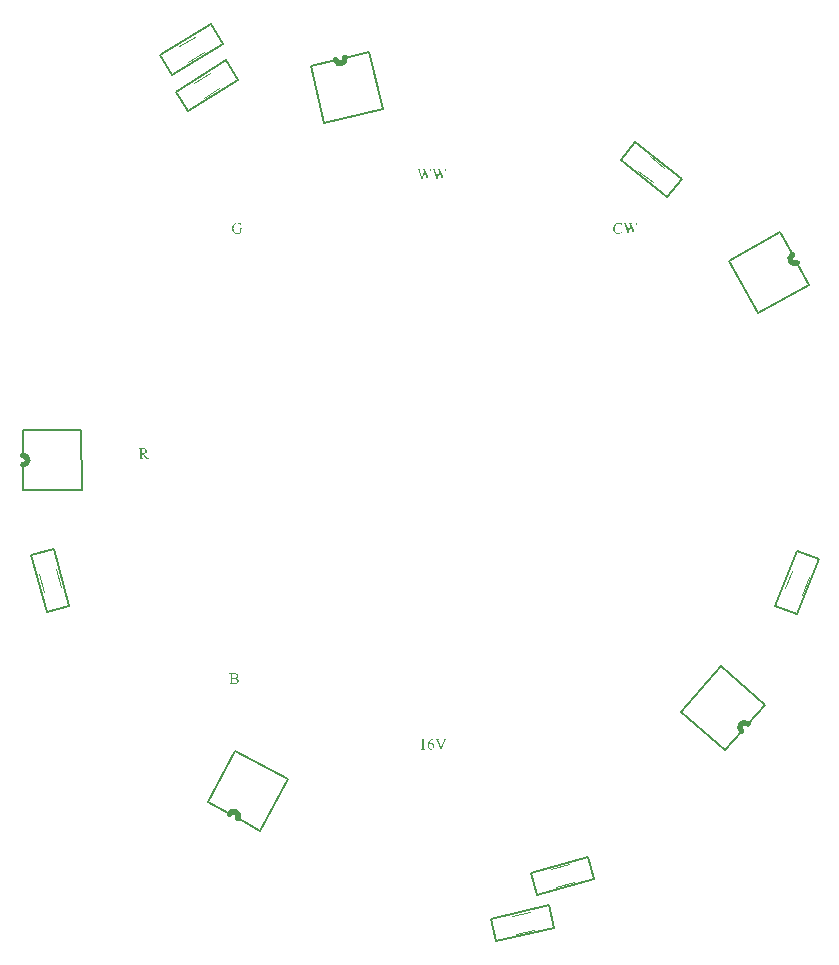
<source format=gto>
G04*
G04 #@! TF.GenerationSoftware,Altium Limited,Altium Designer,21.0.9 (235)*
G04*
G04 Layer_Color=65535*
%FSTAX24Y24*%
%MOIN*%
G70*
G04*
G04 #@! TF.SameCoordinates,5F115E56-97AE-4741-9C3E-E3F8848F1E5A*
G04*
G04*
G04 #@! TF.FilePolarity,Positive*
G04*
G01*
G75*
%ADD10C,0.0197*%
%ADD11C,0.0050*%
%ADD12C,0.0040*%
%ADD13C,0.0079*%
G36*
X045142Y0377D02*
X045134D01*
Y0377D01*
X045133Y037702D01*
X045132Y037704D01*
X045131Y037708D01*
X045129Y037713D01*
X045127Y037718D01*
X045122Y037729D01*
X045115Y037742D01*
X045108Y037755D01*
X045098Y037767D01*
X045093Y037772D01*
X045088Y037777D01*
X045087Y037777D01*
X045086Y037778D01*
X045085Y037779D01*
X045082Y03778D01*
X045079Y037782D01*
X045076Y037784D01*
X045068Y037789D01*
X045058Y037793D01*
X045045Y037797D01*
X045031Y037799D01*
X045024Y037801D01*
X045011D01*
X045008Y0378D01*
X045004Y037799D01*
X044996Y037798D01*
X044986Y037796D01*
X044975Y037793D01*
X044964Y037789D01*
X044953Y037783D01*
X044953D01*
X044952Y037781D01*
X044949Y037779D01*
X044943Y037775D01*
X044937Y037769D01*
X04493Y037761D01*
X044923Y037751D01*
X044916Y037739D01*
X044909Y037725D01*
Y037725D01*
X044908Y037724D01*
X044907Y037721D01*
X044907Y037718D01*
X044905Y037714D01*
X044904Y03771D01*
X044902Y037704D01*
X044901Y037698D01*
X0449Y037692D01*
X044898Y037685D01*
X044897Y037677D01*
X044896Y037668D01*
X044895Y037659D01*
X044894Y037649D01*
X044893Y037629D01*
Y037628D01*
Y037626D01*
Y037624D01*
Y03762D01*
X044894Y037617D01*
Y037612D01*
X044894Y037606D01*
X044895Y0376D01*
X044897Y037587D01*
X044899Y037573D01*
X044903Y037559D01*
X044908Y037545D01*
Y037544D01*
X044908Y037543D01*
X04491Y037542D01*
X044911Y03754D01*
X044914Y037533D01*
X044919Y037525D01*
X044926Y037517D01*
X044934Y037508D01*
X044943Y037499D01*
X044954Y037492D01*
X044954D01*
X044955Y037491D01*
X044957Y03749D01*
X044959Y037489D01*
X044962Y037487D01*
X044966Y037485D01*
X044975Y037482D01*
X044985Y037479D01*
X044997Y037476D01*
X04501Y037473D01*
X045024Y037473D01*
X04503D01*
X045033Y037473D01*
X045036D01*
X045044Y037475D01*
X045054Y037476D01*
X045064Y037479D01*
X045074Y037482D01*
X045084Y037487D01*
X045085D01*
X045085Y037488D01*
X045087Y037489D01*
X045089Y03749D01*
X045094Y037494D01*
X045101Y0375D01*
X045106Y037504D01*
X04511Y037508D01*
X045115Y037513D01*
X04512Y037518D01*
X045125Y037524D01*
X045131Y037531D01*
X045136Y037538D01*
X045142Y037546D01*
X04515Y037541D01*
X04515Y03754D01*
X045149Y037538D01*
X045148Y037536D01*
X045145Y037533D01*
X045143Y037529D01*
X04514Y037524D01*
X045132Y037514D01*
X045124Y037503D01*
X045113Y037492D01*
X045101Y037481D01*
X045095Y037476D01*
X045088Y037471D01*
X045088D01*
X045086Y03747D01*
X045085Y037469D01*
X045082Y037468D01*
X045078Y037466D01*
X045074Y037465D01*
X04507Y037463D01*
X045065Y037461D01*
X045059Y037459D01*
X045053Y037457D01*
X045038Y037453D01*
X045022Y037451D01*
X045005Y03745D01*
X045001D01*
X044996Y037451D01*
X04499Y037451D01*
X044983Y037452D01*
X044975Y037453D01*
X044965Y037455D01*
X044955Y037458D01*
X044944Y037461D01*
X044933Y037466D01*
X044922Y037471D01*
X044911Y037477D01*
X0449Y037485D01*
X044889Y037494D01*
X044878Y037504D01*
X044869Y037515D01*
X044869Y037516D01*
X044868Y037517D01*
X044866Y03752D01*
X044864Y037524D01*
X044861Y037528D01*
X044858Y037534D01*
X044855Y03754D01*
X044852Y037547D01*
X044848Y037555D01*
X044845Y037564D01*
X044842Y037573D01*
X044839Y037583D01*
X044837Y037594D01*
X044835Y037605D01*
X044834Y037617D01*
X044834Y037629D01*
Y037629D01*
Y037631D01*
Y037634D01*
X044834Y037637D01*
Y037642D01*
X044835Y037648D01*
X044836Y037654D01*
X044836Y037661D01*
X04484Y037675D01*
X044844Y037692D01*
X04485Y037709D01*
X044853Y037718D01*
X044857Y037726D01*
X044858Y037726D01*
X044858Y037728D01*
X044859Y03773D01*
X044862Y037733D01*
X044864Y037737D01*
X044867Y037741D01*
X044874Y037751D01*
X044883Y037762D01*
X044894Y037773D01*
X044907Y037785D01*
X044922Y037795D01*
X044922Y037795D01*
X044923Y037796D01*
X044926Y037797D01*
X044929Y037798D01*
X044932Y0378D01*
X044937Y037802D01*
X044942Y037804D01*
X044948Y037807D01*
X044955Y037809D01*
X044962Y037811D01*
X044977Y037815D01*
X044994Y037818D01*
X045003Y037819D01*
X045015D01*
X045018Y037819D01*
X045022D01*
X045026Y037818D01*
X045035Y037817D01*
X045047Y037814D01*
X045059Y037811D01*
X045073Y037807D01*
X045086Y0378D01*
X045087D01*
X045088Y037799D01*
X04509Y037798D01*
X045092Y037797D01*
X045098Y037796D01*
X0451Y037795D01*
X045103D01*
X045107Y037795D01*
X045111Y037797D01*
X045114Y037799D01*
X045115Y0378D01*
X045115Y037801D01*
X045117Y037802D01*
X045118Y037804D01*
X04512Y037808D01*
X045121Y037811D01*
X045123Y037815D01*
X045124Y037819D01*
X045134D01*
X045142Y0377D01*
D02*
G37*
G36*
X045666Y037801D02*
X045661D01*
X045659Y037801D01*
X045651Y037799D01*
X045644Y037796D01*
X045643D01*
X045642Y037795D01*
X045641Y037793D01*
X045639Y037792D01*
X045636Y037789D01*
X045634Y037786D01*
X045631Y037782D01*
X045628Y037778D01*
Y037777D01*
X045626Y037775D01*
X045625Y037773D01*
X045624Y037769D01*
X045622Y037763D01*
X045619Y037755D01*
X045616Y037746D01*
X045614Y03774D01*
X045612Y037734D01*
X045513Y03745D01*
X045503D01*
X045423Y037675D01*
X045343Y03745D01*
X045334D01*
X045229Y037743D01*
Y037743D01*
X045228Y037744D01*
X045228Y037746D01*
X045227Y037748D01*
X045225Y037754D01*
X045223Y03776D01*
X04522Y037767D01*
X045218Y037773D01*
X045216Y037778D01*
X045215Y03778D01*
X045214Y037781D01*
Y037782D01*
X045213Y037783D01*
X045212Y037785D01*
X04521Y037787D01*
X045206Y037792D01*
X0452Y037796D01*
X045199D01*
X045198Y037797D01*
X045196Y037798D01*
X045193Y037799D01*
X04519Y037799D01*
X045186Y037801D01*
X045181Y037801D01*
X045175D01*
Y037811D01*
X045306D01*
Y037801D01*
X045297D01*
X045294Y037801D01*
X045292D01*
X045285Y037798D01*
X045281Y037797D01*
X045279Y037795D01*
X045278D01*
X045278Y037793D01*
X045275Y03779D01*
X045273Y037786D01*
X045272Y037783D01*
X045272Y037779D01*
Y037779D01*
Y037778D01*
X045272Y037775D01*
X045273Y037771D01*
X045274Y037765D01*
X045276Y037758D01*
X045279Y037749D01*
X045281Y037744D01*
X045283Y037738D01*
X045352Y03754D01*
X045411Y037708D01*
X0454Y037738D01*
X045392Y037761D01*
Y037762D01*
X045391Y037763D01*
X04539Y037766D01*
X045389Y037769D01*
X045385Y037777D01*
X04538Y037784D01*
X04538Y037785D01*
X045377Y037787D01*
X045375Y03779D01*
X045371Y037792D01*
X045371D01*
X04537Y037793D01*
X045368Y037795D01*
X045363Y037797D01*
X045359Y037799D01*
X045358Y0378D01*
X045355Y037801D01*
X04535Y037801D01*
X045343D01*
Y037811D01*
X04548D01*
Y037801D01*
X045469D01*
X045466Y037801D01*
X045463D01*
X045456Y037798D01*
X045452Y037797D01*
X045449Y037795D01*
X045448Y037793D01*
X045446Y03779D01*
X045444Y037785D01*
X045443Y037781D01*
X045442Y037778D01*
Y037777D01*
Y037775D01*
X045443Y037772D01*
X045444Y037767D01*
X045445Y037761D01*
X045447Y037752D01*
X045451Y037743D01*
X045454Y037731D01*
X045522Y03754D01*
X045589Y037734D01*
Y037734D01*
X045589Y037736D01*
X04559Y037737D01*
X04559Y037739D01*
X045593Y037745D01*
X045595Y037751D01*
X045596Y037759D01*
X045599Y037767D01*
X0456Y037773D01*
X0456Y037779D01*
Y037779D01*
Y03778D01*
X0456Y037783D01*
X045599Y037786D01*
X045596Y03779D01*
X045596Y037791D01*
X045594Y037793D01*
X045591Y037795D01*
X045587Y037797D01*
X045587D01*
X045586Y037798D01*
X045583Y037798D01*
X04558Y037799D01*
X045577Y0378D01*
X045572Y037801D01*
X045567Y037801D01*
X045561D01*
Y037811D01*
X045666D01*
Y037801D01*
D02*
G37*
G36*
X039297Y039601D02*
X039292D01*
X039289Y039601D01*
X039281Y039599D01*
X039274Y039596D01*
X039274D01*
X039273Y039595D01*
X039271Y039593D01*
X039269Y039592D01*
X039267Y039589D01*
X039264Y039586D01*
X039261Y039582D01*
X039258Y039578D01*
Y039577D01*
X039257Y039575D01*
X039256Y039573D01*
X039254Y039569D01*
X039252Y039563D01*
X039249Y039555D01*
X039246Y039546D01*
X039244Y03954D01*
X039242Y039534D01*
X039144Y03925D01*
X039133D01*
X039053Y039476D01*
X038973Y03925D01*
X038964D01*
X038859Y039543D01*
Y039543D01*
X038859Y039544D01*
X038858Y039546D01*
X038858Y039548D01*
X038855Y039554D01*
X038853Y03956D01*
X038851Y039567D01*
X038848Y039573D01*
X038846Y039578D01*
X038845Y03958D01*
X038844Y039581D01*
Y039582D01*
X038843Y039583D01*
X038842Y039585D01*
X038841Y039587D01*
X038836Y039592D01*
X03883Y039596D01*
X03883D01*
X038829Y039597D01*
X038826Y039598D01*
X038824Y039599D01*
X03882Y039599D01*
X038816Y039601D01*
X038811Y039601D01*
X038806D01*
Y039611D01*
X038936D01*
Y039601D01*
X038927D01*
X038925Y039601D01*
X038922D01*
X038915Y039598D01*
X038912Y039597D01*
X038909Y039595D01*
X038908D01*
X038908Y039593D01*
X038906Y03959D01*
X038903Y039586D01*
X038902Y039583D01*
X038902Y039579D01*
Y039579D01*
Y039578D01*
X038902Y039575D01*
X038903Y039571D01*
X038905Y039565D01*
X038907Y039558D01*
X038909Y039549D01*
X038911Y039544D01*
X038913Y039538D01*
X038983Y03934D01*
X039042Y039508D01*
X039031Y039538D01*
X039022Y039561D01*
Y039562D01*
X039021Y039563D01*
X03902Y039566D01*
X039019Y039569D01*
X039015Y039577D01*
X03901Y039584D01*
X03901Y039585D01*
X039008Y039587D01*
X039005Y03959D01*
X039002Y039592D01*
X039001D01*
X039001Y039593D01*
X038998Y039595D01*
X038994Y039597D01*
X038989Y039599D01*
X038988Y0396D01*
X038985Y039601D01*
X03898Y039601D01*
X038973D01*
Y039611D01*
X03911D01*
Y039601D01*
X039099D01*
X039096Y039601D01*
X039093D01*
X039086Y039598D01*
X039082Y039597D01*
X039079Y039595D01*
X039078Y039593D01*
X039076Y03959D01*
X039074Y039585D01*
X039073Y039581D01*
X039073Y039578D01*
Y039577D01*
Y039575D01*
X039073Y039572D01*
X039074Y039567D01*
X039075Y039561D01*
X039078Y039552D01*
X039081Y039543D01*
X039085Y039531D01*
X039152Y03934D01*
X039219Y039534D01*
Y039534D01*
X03922Y039536D01*
X03922Y039537D01*
X039221Y039539D01*
X039223Y039545D01*
X039225Y039551D01*
X039227Y039559D01*
X039229Y039567D01*
X03923Y039573D01*
X039231Y039579D01*
Y039579D01*
Y03958D01*
X03923Y039583D01*
X039229Y039586D01*
X039227Y03959D01*
X039226Y039591D01*
X039225Y039593D01*
X039221Y039595D01*
X039217Y039597D01*
X039217D01*
X039216Y039598D01*
X039214Y039598D01*
X03921Y039599D01*
X039207Y0396D01*
X039203Y039601D01*
X039197Y039601D01*
X039192D01*
Y039611D01*
X039297D01*
Y039601D01*
D02*
G37*
G36*
X038794D02*
X038789D01*
X038787Y039601D01*
X038779Y039599D01*
X038772Y039596D01*
X038771D01*
X03877Y039595D01*
X038769Y039593D01*
X038767Y039592D01*
X038764Y039589D01*
X038762Y039586D01*
X038759Y039582D01*
X038756Y039578D01*
Y039577D01*
X038754Y039575D01*
X038753Y039573D01*
X038752Y039569D01*
X038749Y039563D01*
X038747Y039555D01*
X038743Y039546D01*
X038742Y03954D01*
X03874Y039534D01*
X038641Y03925D01*
X038631D01*
X038551Y039476D01*
X038471Y03925D01*
X038462D01*
X038357Y039543D01*
Y039543D01*
X038356Y039544D01*
X038356Y039546D01*
X038355Y039548D01*
X038353Y039554D01*
X038351Y03956D01*
X038348Y039567D01*
X038346Y039573D01*
X038344Y039578D01*
X038343Y03958D01*
X038342Y039581D01*
Y039582D01*
X038341Y039583D01*
X03834Y039585D01*
X038338Y039587D01*
X038334Y039592D01*
X038328Y039596D01*
X038327D01*
X038326Y039597D01*
X038324Y039598D01*
X038321Y039599D01*
X038318Y039599D01*
X038314Y039601D01*
X038309Y039601D01*
X038303D01*
Y039611D01*
X038434D01*
Y039601D01*
X038425D01*
X038422Y039601D01*
X03842D01*
X038413Y039598D01*
X038409Y039597D01*
X038407Y039595D01*
X038406D01*
X038406Y039593D01*
X038403Y03959D01*
X038401Y039586D01*
X0384Y039583D01*
X0384Y039579D01*
Y039579D01*
Y039578D01*
X0384Y039575D01*
X038401Y039571D01*
X038402Y039565D01*
X038404Y039558D01*
X038407Y039549D01*
X038409Y039544D01*
X038411Y039538D01*
X03848Y03934D01*
X038539Y039508D01*
X038528Y039538D01*
X03852Y039561D01*
Y039562D01*
X038519Y039563D01*
X038518Y039566D01*
X038517Y039569D01*
X038513Y039577D01*
X038508Y039584D01*
X038508Y039585D01*
X038505Y039587D01*
X038503Y03959D01*
X038499Y039592D01*
X038499D01*
X038498Y039593D01*
X038496Y039595D01*
X038491Y039597D01*
X038487Y039599D01*
X038486Y0396D01*
X038483Y039601D01*
X038478Y039601D01*
X038471D01*
Y039611D01*
X038608D01*
Y039601D01*
X038597D01*
X038594Y039601D01*
X038591D01*
X038584Y039598D01*
X03858Y039597D01*
X038577Y039595D01*
X038576Y039593D01*
X038574Y03959D01*
X038572Y039585D01*
X038571Y039581D01*
X03857Y039578D01*
Y039577D01*
Y039575D01*
X038571Y039572D01*
X038572Y039567D01*
X038573Y039561D01*
X038575Y039552D01*
X038579Y039543D01*
X038582Y039531D01*
X03865Y03934D01*
X038717Y039534D01*
Y039534D01*
X038717Y039536D01*
X038718Y039537D01*
X038718Y039539D01*
X038721Y039545D01*
X038723Y039551D01*
X038724Y039559D01*
X038727Y039567D01*
X038728Y039573D01*
X038728Y039579D01*
Y039579D01*
Y03958D01*
X038728Y039583D01*
X038727Y039586D01*
X038724Y03959D01*
X038724Y039591D01*
X038722Y039593D01*
X038719Y039595D01*
X038715Y039597D01*
X038715D01*
X038713Y039598D01*
X038711Y039598D01*
X038708Y039599D01*
X038705Y0396D01*
X0387Y039601D01*
X038695Y039601D01*
X038689D01*
Y039611D01*
X038794D01*
Y039601D01*
D02*
G37*
G36*
X032438Y037708D02*
X032428D01*
Y037708D01*
X032427Y037709D01*
X032426Y037712D01*
X032425Y037714D01*
X032424Y037718D01*
X032423Y037722D01*
X032418Y037731D01*
X032413Y037741D01*
X032407Y037751D01*
X0324Y037761D01*
X032393Y03777D01*
X032392Y037771D01*
X032391Y037771D01*
X032389Y037773D01*
X032387Y037775D01*
X032384Y037777D01*
X03238Y03778D01*
X032376Y037783D01*
X032371Y037785D01*
X032365Y037788D01*
X032359Y037791D01*
X032345Y037796D01*
X032329Y037799D01*
X032321Y0378D01*
X032312Y037801D01*
X032309D01*
X032305Y0378D01*
X032301D01*
X032295Y037799D01*
X032289Y037798D01*
X032282Y037796D01*
X032274Y037794D01*
X032266Y037791D01*
X032257Y037787D01*
X032249Y037783D01*
X03224Y037778D01*
X032232Y037772D01*
X032224Y037764D01*
X032217Y037756D01*
X03221Y037747D01*
X032209Y037746D01*
X032209Y037745D01*
X032207Y037743D01*
X032205Y037739D01*
X032203Y037734D01*
X0322Y03773D01*
X032198Y037724D01*
X032195Y037716D01*
X032193Y037709D01*
X03219Y037701D01*
X032187Y037692D01*
X032185Y037683D01*
X032183Y037673D01*
X032182Y037662D01*
X032181Y037651D01*
X032181Y037639D01*
Y037639D01*
Y037637D01*
Y037635D01*
X032181Y037631D01*
Y037626D01*
X032182Y037621D01*
X032182Y037615D01*
X032183Y037609D01*
X032186Y037595D01*
X032189Y037579D01*
X032193Y037564D01*
X0322Y037548D01*
Y037547D01*
X032201Y037546D01*
X032202Y037544D01*
X032204Y037541D01*
X032205Y037537D01*
X032207Y037534D01*
X032213Y037525D01*
X032221Y037514D01*
X032229Y037505D01*
X03224Y037495D01*
X032251Y037487D01*
X032251D01*
X032252Y037486D01*
X032254Y037485D01*
X032256Y037484D01*
X032259Y037482D01*
X032263Y037481D01*
X032271Y037477D01*
X032281Y037473D01*
X032292Y037471D01*
X032303Y037469D01*
X032316Y037467D01*
X032319D01*
X032323Y037468D01*
X032328D01*
X032334Y037469D01*
X03234Y03747D01*
X032353Y037472D01*
X032354D01*
X032357Y037473D01*
X03236Y037475D01*
X032365Y037476D01*
X03237Y037478D01*
X032376Y037481D01*
X032389Y037487D01*
Y03759D01*
Y03759D01*
Y037591D01*
Y037594D01*
Y037599D01*
X032388Y037604D01*
X032388Y03761D01*
X032387Y037615D01*
X032386Y03762D01*
X032384Y037624D01*
Y037625D01*
X032384Y037626D01*
X032382Y037629D01*
X032377Y037633D01*
X032372Y037637D01*
X032371D01*
X03237Y037637D01*
X032368Y037638D01*
X032365Y037639D01*
X032361Y03764D01*
X032356Y037641D01*
X03235Y037641D01*
X032342D01*
Y037651D01*
X032479D01*
Y037641D01*
X032469D01*
X032466Y037641D01*
X032461Y037639D01*
X032456Y037638D01*
X032452Y037635D01*
X032448Y037632D01*
X032444Y037627D01*
Y037627D01*
X032444Y037625D01*
X032443Y037623D01*
X032442Y037619D01*
X032441Y037614D01*
X03244Y037607D01*
X032439Y0376D01*
Y03759D01*
Y037481D01*
X032439D01*
X032438Y037481D01*
X032437Y037479D01*
X032435Y037478D01*
X032429Y037476D01*
X032421Y037472D01*
X032412Y037468D01*
X032402Y037464D01*
X032391Y037461D01*
X03238Y037458D01*
X032379D01*
X032379Y037457D01*
X032377D01*
X032375Y037457D01*
X032372Y037456D01*
X032369Y037455D01*
X032361Y037454D01*
X032352Y037452D01*
X032341Y037451D01*
X032329Y037451D01*
X032316Y03745D01*
X032311D01*
X032306Y037451D01*
X032299Y037451D01*
X03229Y037452D01*
X032281Y037453D01*
X03227Y037455D01*
X032258Y037458D01*
X032246Y037461D01*
X032233Y037466D01*
X03222Y037471D01*
X032207Y037478D01*
X032194Y037485D01*
X032182Y037494D01*
X032171Y037504D01*
X03216Y037516D01*
X03216Y037516D01*
X032159Y037518D01*
X032157Y03752D01*
X032154Y037524D01*
X032151Y037529D01*
X032148Y037535D01*
X032145Y037541D01*
X032141Y037548D01*
X032137Y037556D01*
X032134Y037565D01*
X03213Y037574D01*
X032127Y037584D01*
X032125Y037594D01*
X032123Y037606D01*
X032122Y037617D01*
X032121Y037629D01*
Y037629D01*
Y037631D01*
Y037633D01*
X032122Y037637D01*
Y037641D01*
X032122Y037645D01*
X032123Y037651D01*
X032124Y037657D01*
X032127Y037671D01*
X03213Y037686D01*
X032136Y037702D01*
X032143Y037718D01*
X032144Y037719D01*
X032144Y03772D01*
X032146Y037723D01*
X032148Y037726D01*
X032151Y037731D01*
X032154Y037736D01*
X032158Y037741D01*
X032162Y037747D01*
X032173Y03776D01*
X032185Y037773D01*
X032199Y037785D01*
X032207Y037791D01*
X032216Y037796D01*
X032216Y037797D01*
X032217Y037797D01*
X032219Y037798D01*
X032223Y0378D01*
X032226Y037802D01*
X032231Y037803D01*
X032236Y037805D01*
X032242Y037808D01*
X032248Y03781D01*
X032255Y037812D01*
X03227Y037815D01*
X032288Y037818D01*
X032307Y037819D01*
X032314D01*
X032319Y037819D01*
X032324D01*
X03233Y037818D01*
X032342Y037816D01*
X032342D01*
X032345Y037815D01*
X032348Y037814D01*
X032353Y037813D01*
X03236Y037811D01*
X032367Y037809D01*
X032376Y037806D01*
X032387Y037802D01*
X032387D01*
X032389Y037801D01*
X032391Y037801D01*
X032394Y037799D01*
X032401Y037798D01*
X032403Y037797D01*
X032407D01*
X032408Y037797D01*
X032411Y037798D01*
X032414Y037801D01*
X032414Y037802D01*
X032415Y037803D01*
X032416Y037805D01*
X032417Y037808D01*
X032418Y03781D01*
X032418Y037814D01*
X032419Y037819D01*
X032429D01*
X032438Y037708D01*
D02*
G37*
G36*
X029172Y030302D02*
X029178D01*
X029184Y030302D01*
X029198Y030301D01*
X029211Y030299D01*
X029224Y030297D01*
X02923Y030296D01*
X029235Y030294D01*
X029236D01*
X029236Y030293D01*
X02924Y030292D01*
X029244Y03029D01*
X029251Y030287D01*
X029258Y030283D01*
X029266Y030278D01*
X029273Y030272D01*
X029281Y030264D01*
X029281Y030263D01*
X029283Y03026D01*
X029287Y030255D01*
X02929Y030249D01*
X029293Y030242D01*
X029296Y030233D01*
X029299Y030222D01*
X029299Y030212D01*
Y030211D01*
Y03021D01*
Y030208D01*
X029299Y030206D01*
X029298Y0302D01*
X029296Y030192D01*
X029294Y030184D01*
X02929Y030174D01*
X029285Y030165D01*
X029278Y030155D01*
X029277Y030154D01*
X029274Y030151D01*
X029269Y030147D01*
X029261Y030142D01*
X029253Y030137D01*
X029241Y030131D01*
X029228Y030126D01*
X029212Y030121D01*
X029285Y03002D01*
X029286Y03002D01*
X029287Y030019D01*
X029288Y030017D01*
X02929Y030015D01*
X029294Y030009D01*
X0293Y030001D01*
X029307Y029994D01*
X029314Y029986D01*
X029321Y029979D01*
X029325Y029976D01*
X029328Y029974D01*
X029329Y029973D01*
X029331Y029972D01*
X029335Y02997D01*
X029341Y029968D01*
X029348Y029965D01*
X029355Y029963D01*
X029365Y029961D01*
X029375Y02996D01*
Y02995D01*
X029281D01*
X029161Y030115D01*
X029153D01*
X029146Y030114D01*
X029128D01*
X029125Y030115D01*
Y030012D01*
Y030012D01*
Y030011D01*
Y030009D01*
Y030007D01*
X029125Y030001D01*
X029126Y029995D01*
X029127Y029988D01*
X029128Y029981D01*
X02913Y029975D01*
X029131Y029972D01*
X029132Y029971D01*
X029133Y02997D01*
X029134Y029969D01*
X029136Y029967D01*
X02914Y029965D01*
X029143Y029963D01*
X029148Y029961D01*
X029154Y02996D01*
X029162Y02996D01*
X029175D01*
Y02995D01*
X029025D01*
Y02996D01*
X029042D01*
X029046Y02996D01*
X02905Y029961D01*
X029056Y029963D01*
X02906Y029966D01*
X029065Y029969D01*
X02907Y029974D01*
Y029975D01*
X029071Y029976D01*
X029071Y029978D01*
X029073Y029982D01*
X029074Y029987D01*
X029074Y029994D01*
X029075Y030002D01*
Y030012D01*
Y03024D01*
Y030241D01*
Y030242D01*
Y030244D01*
Y030246D01*
X029075Y030251D01*
X029074Y030258D01*
X029074Y030265D01*
X029072Y030272D01*
X02907Y030278D01*
X029069Y03028D01*
X029068Y030281D01*
X029067Y030282D01*
X029066Y030283D01*
X029063Y030285D01*
X02906Y030287D01*
X029056Y030289D01*
X029051Y030291D01*
X029045Y030292D01*
X029038Y030293D01*
X029025D01*
Y030303D01*
X029166D01*
X029172Y030302D01*
D02*
G37*
G36*
X032208Y022802D02*
X032218D01*
X032229Y022801D01*
X03224Y0228D01*
X032251Y022798D01*
X032262Y022796D01*
X032262D01*
X032263Y022796D01*
X032266Y022795D01*
X032268Y022795D01*
X032272Y022793D01*
X032275Y022792D01*
X032284Y022789D01*
X032293Y022784D01*
X032303Y022778D01*
X032312Y022771D01*
X032321Y022763D01*
X032322Y022762D01*
X032324Y022758D01*
X032328Y022754D01*
X032332Y022747D01*
X032335Y022739D01*
X032339Y02273D01*
X032341Y02272D01*
X032342Y022708D01*
Y022708D01*
Y022707D01*
Y022704D01*
X032341Y022699D01*
X03234Y022692D01*
X032338Y022685D01*
X032335Y022677D01*
X032331Y022669D01*
X032326Y022661D01*
X032325Y02266D01*
X032322Y022657D01*
X032319Y022654D01*
X032314Y022649D01*
X032307Y022644D01*
X032299Y022639D01*
X032289Y022635D01*
X032278Y02263D01*
X032279D01*
X03228Y02263D01*
X032281Y022629D01*
X032284Y022629D01*
X032291Y022627D01*
X032299Y022624D01*
X032308Y02262D01*
X032316Y022616D01*
X032325Y022611D01*
X032333Y022605D01*
X032333D01*
X032334Y022604D01*
X032336Y022601D01*
X032341Y022596D01*
X032346Y022589D01*
X03235Y02258D01*
X032355Y02257D01*
X032357Y022559D01*
X032358Y022553D01*
Y022547D01*
Y022546D01*
Y022546D01*
Y022542D01*
X032357Y022537D01*
X032356Y02253D01*
X032354Y022523D01*
X032351Y022514D01*
X032347Y022505D01*
X032341Y022496D01*
X032341Y022495D01*
X032339Y022492D01*
X032335Y022488D01*
X032329Y022483D01*
X032323Y022477D01*
X032315Y022471D01*
X032306Y022466D01*
X032296Y022461D01*
X032296D01*
X032295Y02246D01*
X032293Y02246D01*
X032291Y022459D01*
X032287Y022458D01*
X032284Y022458D01*
X032279Y022457D01*
X032274Y022455D01*
X032268Y022454D01*
X032262Y022453D01*
X032255Y022453D01*
X032246Y022452D01*
X032238Y022451D01*
X032228Y022451D01*
X032219Y02245D01*
X032042D01*
Y02246D01*
X032058D01*
X032062Y02246D01*
X032066Y022461D01*
X032072Y022463D01*
X032077Y022466D01*
X032082Y022469D01*
X032086Y022473D01*
X032086Y022474D01*
X032087Y022476D01*
X032088Y022478D01*
X032089Y022482D01*
X03209Y022487D01*
X032091Y022494D01*
X032092Y022502D01*
Y022512D01*
Y02274D01*
Y022741D01*
Y022742D01*
Y022744D01*
Y022746D01*
X032091Y022751D01*
X032091Y022758D01*
X03209Y022764D01*
X032089Y022772D01*
X032087Y022777D01*
X032085Y02278D01*
X032084Y022781D01*
X032084Y022782D01*
X032083Y022783D01*
X03208Y022785D01*
X032077Y022787D01*
X032073Y022789D01*
X032067Y022791D01*
X032061Y022792D01*
X032054Y022793D01*
X032042D01*
Y022803D01*
X032204D01*
X032208Y022802D01*
D02*
G37*
G36*
X039274Y020601D02*
X039273D01*
X03927Y020601D01*
X039267Y020599D01*
X039263Y020598D01*
X039254Y020595D01*
X039249Y020592D01*
X039245Y020589D01*
X039245Y020589D01*
X039243Y020587D01*
X03924Y020584D01*
X039237Y020579D01*
X039233Y020574D01*
X039229Y020567D01*
X039225Y020559D01*
X039221Y02055D01*
X039098Y02025D01*
X039089D01*
X038956Y020554D01*
Y020554D01*
X038956Y020555D01*
X038955Y020557D01*
X038953Y020561D01*
X038951Y020566D01*
X038948Y020571D01*
X038946Y020576D01*
X038944Y02058D01*
X038942Y020583D01*
X038942Y020583D01*
X038941Y020584D01*
X038938Y020587D01*
X038932Y020591D01*
X038926Y020595D01*
X038925D01*
X038924Y020595D01*
X038922Y020596D01*
X038919Y020597D01*
X038916Y020598D01*
X038911Y020599D01*
X038906Y020601D01*
X0389Y020601D01*
Y020611D01*
X039045D01*
Y020601D01*
X039044D01*
X039041Y020601D01*
X039037Y0206D01*
X039032Y020599D01*
X039026Y020598D01*
X039021Y020596D01*
X039017Y020595D01*
X039013Y020592D01*
X039013D01*
X039012Y020591D01*
X03901Y020588D01*
X039007Y020584D01*
X039007Y02058D01*
X039006Y020577D01*
Y020577D01*
Y020575D01*
X039007Y020572D01*
X039008Y020567D01*
X039009Y020561D01*
X039011Y020555D01*
X039014Y020546D01*
X039018Y020537D01*
X039108Y02033D01*
X039191Y020534D01*
Y020534D01*
X039192Y020535D01*
X039192Y020537D01*
X039193Y020539D01*
X039195Y020544D01*
X039197Y02055D01*
X039199Y020557D01*
X039202Y020564D01*
X039203Y02057D01*
X039203Y020576D01*
Y020577D01*
Y020577D01*
X039202Y020581D01*
X0392Y020585D01*
X039198Y020587D01*
X039196Y02059D01*
X039195Y020591D01*
X039194Y020591D01*
X039192Y020592D01*
X03919Y020594D01*
X039186Y020596D01*
X039181Y020597D01*
X039177Y020599D01*
X03917Y0206D01*
X039169Y020601D01*
X039168D01*
X039166Y020601D01*
Y020611D01*
X039274D01*
Y020601D01*
D02*
G37*
G36*
X038521Y02032D02*
Y02032D01*
Y020319D01*
Y020318D01*
Y020316D01*
Y020311D01*
X038521Y020305D01*
Y020298D01*
X038522Y020292D01*
X038522Y020287D01*
X038523Y020283D01*
Y020283D01*
X038523Y020282D01*
X038525Y020279D01*
X038528Y020276D01*
X038533Y020272D01*
X038534D01*
X038535Y020271D01*
X038537Y020271D01*
X03854Y02027D01*
X038544Y020269D01*
X03855Y020269D01*
X038557Y020268D01*
X038565D01*
Y020258D01*
X038432D01*
Y020268D01*
X03844D01*
X038445Y020269D01*
X038451Y020269D01*
X038456Y02027D01*
X038461Y020271D01*
X038464Y020272D01*
X038465D01*
X038465Y020272D01*
X038468Y020275D01*
X038472Y020278D01*
X038474Y020282D01*
Y020283D01*
X038475Y020284D01*
X038475Y020286D01*
X038476Y020289D01*
X038477Y020294D01*
X038477Y020301D01*
X038478Y02031D01*
Y020315D01*
Y02032D01*
Y02051D01*
Y020511D01*
Y020512D01*
Y020514D01*
Y020516D01*
Y020523D01*
X038477Y020531D01*
Y020539D01*
X038477Y020548D01*
X038476Y020554D01*
X038475Y020557D01*
X038475Y02056D01*
Y02056D01*
X038474Y020561D01*
X038473Y020564D01*
X038471Y020568D01*
X038468Y020572D01*
X038467Y020572D01*
X038465Y020574D01*
X038461Y020575D01*
X038457Y020575D01*
X038455D01*
X038453Y020575D01*
X03845Y020574D01*
X038446Y020574D01*
X038442Y020572D01*
X038436Y02057D01*
X03843Y020568D01*
X038426Y020576D01*
X038512Y020618D01*
X038521D01*
Y02032D01*
D02*
G37*
G36*
X038869Y020608D02*
X038867D01*
X038865Y020607D01*
X038863D01*
X038857Y020606D01*
X038849Y020604D01*
X03884Y020603D01*
X03883Y0206D01*
X038821Y020597D01*
X038812Y020593D01*
X038811Y020593D01*
X038809Y020592D01*
X038804Y020589D01*
X038799Y020586D01*
X038792Y020581D01*
X038785Y020576D01*
X038777Y02057D01*
X038769Y020562D01*
X038768Y020561D01*
X038766Y020558D01*
X038762Y020555D01*
X038757Y020549D01*
X038752Y020542D01*
X038746Y020534D01*
X03874Y020525D01*
X038734Y020516D01*
Y020515D01*
X038734Y020515D01*
X038733Y020513D01*
X038732Y020512D01*
X038729Y020506D01*
X038726Y020498D01*
X038723Y02049D01*
X038719Y020479D01*
X038715Y020468D01*
X038711Y020455D01*
X038712Y020455D01*
X038713Y020456D01*
X038715Y020457D01*
X038718Y020459D01*
X038721Y020461D01*
X038725Y020463D01*
X038729Y020465D01*
X038735Y020468D01*
X038746Y020472D01*
X038759Y020477D01*
X038772Y020479D01*
X038779Y02048D01*
X038789D01*
X038792Y02048D01*
X038795Y020479D01*
X038799Y020479D01*
X038807Y020477D01*
X038817Y020473D01*
X038828Y020468D01*
X038833Y020465D01*
X038839Y020461D01*
X038844Y020456D01*
X038849Y020451D01*
X038849Y02045D01*
X03885Y02045D01*
X038852Y020448D01*
X038853Y020445D01*
X038855Y020443D01*
X038858Y020439D01*
X03886Y020436D01*
X038863Y020431D01*
X038867Y02042D01*
X038871Y020407D01*
X038875Y020393D01*
X038875Y020385D01*
X038876Y020377D01*
Y020376D01*
Y020374D01*
Y020372D01*
X038875Y020369D01*
Y020365D01*
X038874Y020361D01*
X038873Y020355D01*
X038872Y02035D01*
X038869Y020337D01*
X038864Y020324D01*
X038861Y020317D01*
X038858Y02031D01*
X038853Y020303D01*
X038848Y020296D01*
X038848Y020295D01*
X038847Y020294D01*
X038845Y020292D01*
X038842Y020289D01*
X038839Y020285D01*
X038835Y020282D01*
X038831Y020278D01*
X038825Y020274D01*
X03882Y02027D01*
X038813Y020266D01*
X038806Y020263D01*
X038799Y020259D01*
X03879Y020256D01*
X038782Y020254D01*
X038773Y020253D01*
X038763Y020252D01*
X03876D01*
X038757Y020253D01*
X038754D01*
X038751Y020253D01*
X038742Y020255D01*
X038733Y020258D01*
X038722Y020262D01*
X038712Y020268D01*
X038707Y020271D01*
X038702Y020276D01*
X038701Y020276D01*
X0387Y020278D01*
X038698Y020281D01*
X038694Y020284D01*
X038691Y020289D01*
X038687Y020294D01*
X038682Y020301D01*
X038677Y020308D01*
X038673Y020317D01*
X038669Y020325D01*
X038664Y020336D01*
X038661Y020346D01*
X038657Y020358D01*
X038655Y02037D01*
X038653Y020383D01*
X038653Y020396D01*
Y020397D01*
Y020399D01*
Y020401D01*
X038653Y020405D01*
Y020409D01*
X038654Y020414D01*
X038655Y020419D01*
X038655Y020425D01*
X038657Y020439D01*
X038661Y020454D01*
X038665Y020471D01*
X038671Y020486D01*
Y020487D01*
X038673Y020489D01*
X038674Y020491D01*
X038675Y020494D01*
X038677Y020497D01*
X038679Y020502D01*
X038686Y020512D01*
X038693Y020524D01*
X038703Y020536D01*
X038713Y020549D01*
X038726Y020562D01*
X038726Y020562D01*
X038727Y020563D01*
X038729Y020565D01*
X038732Y020567D01*
X038735Y02057D01*
X038739Y020573D01*
X038747Y02058D01*
X038758Y020587D01*
X038769Y020595D01*
X038781Y020601D01*
X038793Y020607D01*
X038794D01*
X038795Y020607D01*
X038796Y020608D01*
X038799Y020608D01*
X038805Y02061D01*
X038813Y020613D01*
X038822Y020614D01*
X038832Y020616D01*
X038843Y020617D01*
X038853Y020618D01*
X038869D01*
Y020608D01*
D02*
G37*
%LPC*%
G36*
X029165Y030283D02*
X029159D01*
X029154Y030283D01*
X029148Y030282D01*
X029142Y030281D01*
X029134Y03028D01*
X029125Y030278D01*
Y030131D01*
X02913D01*
X029133Y030131D01*
X029144D01*
X029147Y030131D01*
X029152D01*
X029156Y030132D01*
X029167Y030133D01*
X029179Y030136D01*
X029192Y03014D01*
X029204Y030145D01*
X029209Y030149D01*
X029214Y030153D01*
X029214D01*
X029215Y030154D01*
X029218Y030156D01*
X029222Y030161D01*
X029227Y030168D01*
X029231Y030176D01*
X029236Y030185D01*
X029238Y030196D01*
X02924Y030202D01*
Y030208D01*
Y030209D01*
Y03021D01*
Y030212D01*
X029239Y030214D01*
X029238Y03022D01*
X029237Y030227D01*
X029235Y030236D01*
X029231Y030245D01*
X029226Y030254D01*
X029219Y030262D01*
X029218Y030263D01*
X029215Y030266D01*
X029211Y030269D01*
X029205Y030273D01*
X029197Y030277D01*
X029188Y03028D01*
X029177Y030282D01*
X029165Y030283D01*
D02*
G37*
G36*
X032197Y022785D02*
X032184D01*
X032179Y022785D01*
X032173D01*
X032166Y022784D01*
X032157Y022783D01*
X03215Y022781D01*
X032142Y022779D01*
Y022644D01*
X032143D01*
X032145Y022644D01*
X032148Y022643D01*
X032151Y022643D01*
X032155D01*
X032163Y022642D01*
X032171D01*
X032175Y022641D01*
X0322D01*
X032204Y022642D01*
X032212Y022642D01*
X032221Y022643D01*
X032231Y022644D01*
X03224Y022646D01*
X032248Y022649D01*
X032249Y022649D01*
X032251Y02265D01*
X032254Y022652D01*
X032258Y022655D01*
X032263Y022659D01*
X032268Y022663D01*
X032273Y022668D01*
X032277Y022674D01*
X032278Y022674D01*
X032279Y022677D01*
X03228Y02268D01*
X032282Y022685D01*
X032284Y02269D01*
X032286Y022696D01*
X032287Y022703D01*
X032287Y02271D01*
Y022711D01*
Y022712D01*
Y022714D01*
X032287Y022716D01*
X032286Y022721D01*
X032284Y022729D01*
X032281Y022737D01*
X032276Y022746D01*
X03227Y022755D01*
X032266Y022759D01*
X032262Y022763D01*
X032261D01*
X032261Y022764D01*
X032259Y022766D01*
X032257Y022767D01*
X032255Y022768D01*
X032251Y022771D01*
X032248Y022772D01*
X032243Y022774D01*
X032238Y022777D01*
X032233Y022778D01*
X032227Y02278D01*
X03222Y022782D01*
X032213Y022783D01*
X032205Y022784D01*
X032197Y022785D01*
D02*
G37*
G36*
X032187Y022623D02*
X032169D01*
X03216Y022622D01*
X032156D01*
X032153Y022621D01*
X032147Y022621D01*
X032142Y02262D01*
Y022475D01*
X032143D01*
X032144Y022475D01*
X032146Y022474D01*
X032153Y022473D01*
X03216Y022472D01*
X032169Y022471D01*
X032179Y02247D01*
X03219Y022469D01*
X032201Y022469D01*
X032205D01*
X032209Y022469D01*
X032213D01*
X032217Y02247D01*
X032228Y022471D01*
X03224Y022473D01*
X032252Y022477D01*
X032263Y022482D01*
X032274Y022489D01*
X032274D01*
X032275Y02249D01*
X032278Y022493D01*
X032282Y022497D01*
X032286Y022504D01*
X032291Y022512D01*
X032295Y02252D01*
X032298Y022531D01*
X032299Y022536D01*
Y022542D01*
Y022543D01*
Y022546D01*
X032298Y022549D01*
X032297Y022554D01*
X032296Y02256D01*
X032294Y022567D01*
X032291Y022574D01*
X032287Y022581D01*
X032286Y022582D01*
X032285Y022584D01*
X032282Y022588D01*
X032278Y022592D01*
X032273Y022597D01*
X032266Y022602D01*
X032258Y022607D01*
X03225Y022611D01*
X032249D01*
X032249Y022612D01*
X032247Y022612D01*
X032245Y022613D01*
X03224Y022615D01*
X032233Y022617D01*
X032223Y022619D01*
X032213Y022621D01*
X032201Y022622D01*
X032187Y022623D01*
D02*
G37*
G36*
X038761Y020458D02*
X038757D01*
X038754Y020457D01*
X038748Y020456D01*
X03874Y020454D01*
X038739D01*
X038738Y020453D01*
X038735Y020451D01*
X038732Y02045D01*
X038727Y020447D01*
X038721Y020444D01*
X038715Y020441D01*
X038707Y020436D01*
Y020435D01*
Y020434D01*
X038706Y020432D01*
Y02043D01*
X038705Y020424D01*
X038705Y020415D01*
X038704Y020407D01*
X038703Y020397D01*
X038702Y020388D01*
Y020379D01*
Y020378D01*
Y020375D01*
X038703Y02037D01*
X038703Y020363D01*
X038704Y020355D01*
X038706Y020346D01*
X038708Y020336D01*
X038711Y020325D01*
Y020324D01*
X038711Y020324D01*
X038712Y020322D01*
X038712Y02032D01*
X038715Y020315D01*
X038718Y020308D01*
X038722Y020301D01*
X038727Y020293D01*
X038732Y020286D01*
X038739Y020279D01*
X038739Y020278D01*
X038741Y020277D01*
X038744Y020275D01*
X038747Y020273D01*
X038752Y020271D01*
X038758Y020269D01*
X038764Y020267D01*
X038771Y020267D01*
X038772D01*
X038775Y020267D01*
X038779Y020268D01*
X038784Y02027D01*
X03879Y020272D01*
X038798Y020276D01*
X038804Y020281D01*
X038811Y020288D01*
X038812Y020289D01*
X038814Y020292D01*
X038817Y020296D01*
X038821Y020304D01*
X038824Y020312D01*
X038827Y020323D01*
X038829Y020335D01*
X038829Y020349D01*
Y020349D01*
Y020351D01*
Y020353D01*
Y020356D01*
X038829Y02036D01*
X038828Y020365D01*
X038827Y020375D01*
X038825Y020387D01*
X038822Y0204D01*
X038817Y020413D01*
X038811Y020425D01*
Y020426D01*
X038811Y020427D01*
X03881Y020429D01*
X038808Y02043D01*
X038804Y020436D01*
X038799Y020442D01*
X038792Y020448D01*
X038783Y020453D01*
X038778Y020455D01*
X038772Y020456D01*
X038767Y020457D01*
X038761Y020458D01*
D02*
G37*
%LPD*%
D10*
X032328Y017962D02*
G03*
X032051Y018112I-000138J000075D01*
G01*
X025165Y02975D02*
G03*
X025163Y030065I-000001J000157D01*
G01*
X049323Y021112D02*
G03*
X049116Y020875I-000103J-000119D01*
G01*
X050816Y036754D02*
G03*
X050969Y036479I000076J-000138D01*
G01*
X035586Y04325D02*
G03*
X035892Y043323I000153J000037D01*
G01*
D11*
X044001Y016689D02*
X044208Y015947D01*
X042301Y015415D02*
X044208Y015947D01*
X042094Y016157D02*
X042301Y015415D01*
X042094Y016157D02*
X044001Y016689D01*
X042697Y015064D02*
X04287Y014314D01*
X040941Y013868D02*
X04287Y014314D01*
X040768Y014619D02*
X040941Y013868D01*
X040768Y014619D02*
X042697Y015064D01*
X025439Y026745D02*
X025952Y024833D01*
X026695Y025032D01*
X026183Y026944D02*
X026695Y025032D01*
X025439Y026745D02*
X026183Y026944D01*
X050952Y024764D02*
X051694Y0266D01*
X05098Y026888D02*
X051694Y0266D01*
X050238Y025052D02*
X05098Y026888D01*
X050238Y025052D02*
X050952Y024764D01*
X045564Y040511D02*
X047121Y039287D01*
X045088Y039906D02*
X045564Y040511D01*
X045088Y039906D02*
X046645Y038682D01*
X047121Y039287D01*
X030248Y042187D02*
X031923Y043243D01*
X030248Y042187D02*
X030659Y041536D01*
X032333Y042592D01*
X031923Y043243D02*
X032333Y042592D01*
X029733Y043409D02*
X03142Y044445D01*
X029733Y043409D02*
X030136Y042753D01*
X031823Y043789D01*
X03142Y044445D02*
X031823Y043789D01*
D12*
X04277Y016263D02*
X043368Y016429D01*
X042931Y015685D02*
X043529Y015851D01*
X041449Y014694D02*
X042053Y014833D01*
X041583Y014109D02*
X042188Y014248D01*
X026272Y026264D02*
X026432Y025665D01*
X025692Y026109D02*
X025853Y02551D01*
X050576Y025649D02*
X050809Y026224D01*
X051133Y025424D02*
X051365Y025999D01*
X045679Y039556D02*
X046166Y039173D01*
X046049Y040028D02*
X046537Y039645D01*
X031186Y041975D02*
X03171Y042305D01*
X030866Y042482D02*
X03139Y042813D01*
X030668Y043185D02*
X031197Y04351D01*
X030354Y043697D02*
X030883Y044021D01*
D13*
X032328Y017962D02*
X03308Y017555D01*
X031321Y018507D02*
X032051Y018112D01*
X031321Y018507D02*
X032247Y020217D01*
X03308Y017555D02*
X034006Y019265D01*
X032247Y020217D02*
X034006Y019265D01*
X0271Y030911D02*
X027118Y028912D01*
X025173Y028895D02*
X027118Y028912D01*
X025155Y030894D02*
X0271Y030911D01*
X025155Y030894D02*
X025163Y030065D01*
X025165Y02975D02*
X025173Y028895D01*
X047104Y021524D02*
X048416Y023034D01*
X049884Y021758D01*
X047104Y021524D02*
X048572Y020249D01*
X049116Y020875D01*
X049323Y021112D02*
X049884Y021758D01*
X048701Y036559D02*
X04967Y03481D01*
X048701Y036559D02*
X050402Y037502D01*
X04967Y03481D02*
X051371Y035753D01*
X050969Y036479D02*
X051371Y035753D01*
X050402Y037502D02*
X050816Y036754D01*
X035206Y04116D02*
X037151Y041625D01*
X034754Y043051D02*
X035206Y04116D01*
X036699Y043516D02*
X037151Y041625D01*
X035892Y043323D02*
X036699Y043516D01*
X034754Y043051D02*
X035586Y04325D01*
M02*

</source>
